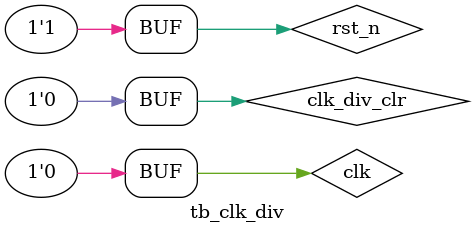
<source format=v>
`timescale 10ps/1ps
module tb_clk_div ();
    reg clk, rst_n, clk_div_clr;
    wire enable2, tick;

    clk_div #(
        .DIV_VAL(20),
        .DIV_POS(19)
    ) duv1 (
        .clk(clk),
        .rst_n(rst_n),
        .enable(1),
        .tick(enable2),
        .clear(clk_div_clr)
    );

    clk_div #(
        .DIV_VAL(16),
        .DIV_POS(7)
    ) duv2 (
        .clk(clk),
        .rst_n(rst_n),
        .enable(enable2),
        .tick(tick),
        .clear(0)
    );

    // Generate input clock
    initial begin
        clk = 0;
        repeat(4000) #10 clk = ~clk;
    end

    initial begin
        rst_n = 1;
        #10 rst_n = 0;
	    #20 rst_n = 1;
    end

    initial begin
        clk_div_clr = 0;
        #50 clk_div_clr = 1;
	    #60 clk_div_clr = 0;
    end

endmodule


</source>
